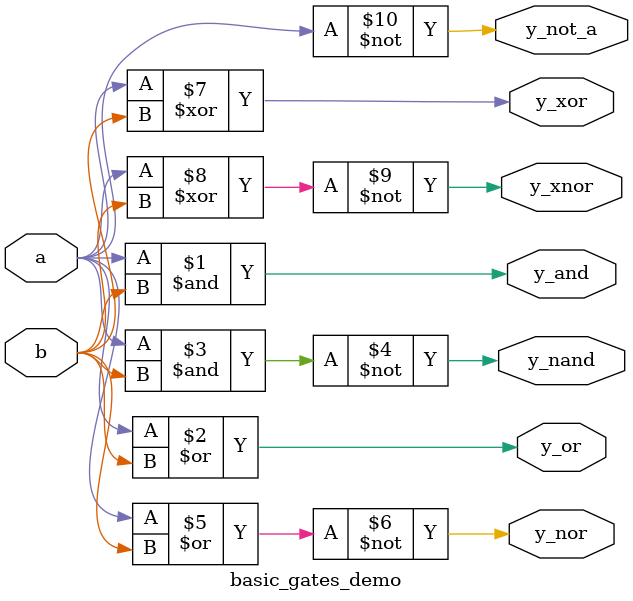
<source format=v>
module basic_gates_demo(
    input a,
    input b,
    output y_and,
    output y_or,
    output y_not_a,
    output y_nand,
    output y_nor,
    output y_xor,
    output y_xnor
);

and AND1(y_and, a, b);
or OR1(y_or, a, b);
not NOT1(y_not_a, a);
nand NAND1(y_nand, a, b);
nor NOR1(y_nor, a, b);
xor XOR1(y_xor, a, b);
xnor XNOR1(y_xnor, a, b);

endmodule
</source>
